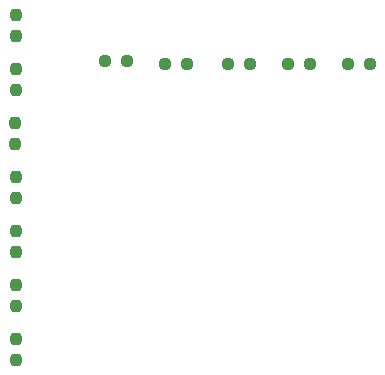
<source format=gbr>
%TF.GenerationSoftware,KiCad,Pcbnew,8.0.1+1*%
%TF.CreationDate,2024-05-08T14:56:33-06:00*%
%TF.ProjectId,encoder-to-i2c-tssop20.kicad_pro,656e636f-6465-4722-9d74-6f2d6932632d,rev?*%
%TF.SameCoordinates,Original*%
%TF.FileFunction,Paste,Bot*%
%TF.FilePolarity,Positive*%
%FSLAX46Y46*%
G04 Gerber Fmt 4.6, Leading zero omitted, Abs format (unit mm)*
G04 Created by KiCad (PCBNEW 8.0.1+1) date 2024-05-08 14:56:33*
%MOMM*%
%LPD*%
G01*
G04 APERTURE LIST*
G04 Aperture macros list*
%AMRoundRect*
0 Rectangle with rounded corners*
0 $1 Rounding radius*
0 $2 $3 $4 $5 $6 $7 $8 $9 X,Y pos of 4 corners*
0 Add a 4 corners polygon primitive as box body*
4,1,4,$2,$3,$4,$5,$6,$7,$8,$9,$2,$3,0*
0 Add four circle primitives for the rounded corners*
1,1,$1+$1,$2,$3*
1,1,$1+$1,$4,$5*
1,1,$1+$1,$6,$7*
1,1,$1+$1,$8,$9*
0 Add four rect primitives between the rounded corners*
20,1,$1+$1,$2,$3,$4,$5,0*
20,1,$1+$1,$4,$5,$6,$7,0*
20,1,$1+$1,$6,$7,$8,$9,0*
20,1,$1+$1,$8,$9,$2,$3,0*%
G04 Aperture macros list end*
%ADD10RoundRect,0.237500X0.250000X0.237500X-0.250000X0.237500X-0.250000X-0.237500X0.250000X-0.237500X0*%
%ADD11RoundRect,0.237500X-0.237500X0.250000X-0.237500X-0.250000X0.237500X-0.250000X0.237500X0.250000X0*%
G04 APERTURE END LIST*
D10*
%TO.C,R11*%
X50038000Y-42672000D03*
X48213000Y-42672000D03*
%TD*%
%TO.C,R12*%
X44704000Y-42672000D03*
X42879000Y-42672000D03*
%TD*%
%TO.C,R10*%
X55118000Y-42672000D03*
X53293000Y-42672000D03*
%TD*%
%TO.C,R9*%
X60198000Y-42672000D03*
X58373000Y-42672000D03*
%TD*%
D11*
%TO.C,R16*%
X30124900Y-47601500D03*
X30124900Y-49426500D03*
%TD*%
%TO.C,R17*%
X30237900Y-52173500D03*
X30237900Y-53998500D03*
%TD*%
%TO.C,R18*%
X30237900Y-56745500D03*
X30237900Y-58570500D03*
%TD*%
%TO.C,R14*%
X30237900Y-38457500D03*
X30237900Y-40282500D03*
%TD*%
%TO.C,R15*%
X30237900Y-43029500D03*
X30237900Y-44854500D03*
%TD*%
%TO.C,R19*%
X30237900Y-61317500D03*
X30237900Y-63142500D03*
%TD*%
D10*
%TO.C,R13*%
X39624000Y-42418000D03*
X37799000Y-42418000D03*
%TD*%
D11*
%TO.C,R20*%
X30226000Y-65901500D03*
X30226000Y-67726500D03*
%TD*%
M02*

</source>
